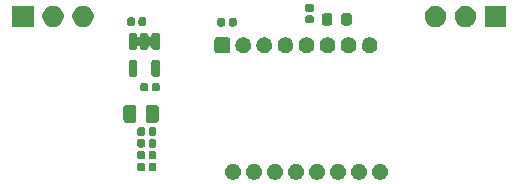
<source format=gbr>
G04 #@! TF.GenerationSoftware,KiCad,Pcbnew,9.0.2*
G04 #@! TF.CreationDate,2025-08-20T20:27:39-04:00*
G04 #@! TF.ProjectId,Trackball,54726163-6b62-4616-9c6c-2e6b69636164,rev?*
G04 #@! TF.SameCoordinates,Original*
G04 #@! TF.FileFunction,Soldermask,Top*
G04 #@! TF.FilePolarity,Negative*
%FSLAX46Y46*%
G04 Gerber Fmt 4.6, Leading zero omitted, Abs format (unit mm)*
G04 Created by KiCad (PCBNEW 9.0.2) date 2025-08-20 20:27:39*
%MOMM*%
%LPD*%
G01*
G04 APERTURE LIST*
G04 APERTURE END LIST*
G36*
X112618232Y-177853108D02*
G01*
X112740664Y-177903821D01*
X112850850Y-177977445D01*
X112944555Y-178071150D01*
X113018179Y-178181336D01*
X113068892Y-178303768D01*
X113094745Y-178433740D01*
X113094745Y-178566260D01*
X113068892Y-178696232D01*
X113018179Y-178818664D01*
X112944555Y-178928850D01*
X112850850Y-179022555D01*
X112740664Y-179096179D01*
X112618232Y-179146892D01*
X112488260Y-179172745D01*
X112355740Y-179172745D01*
X112225768Y-179146892D01*
X112103336Y-179096179D01*
X111993150Y-179022555D01*
X111899445Y-178928850D01*
X111825821Y-178818664D01*
X111775108Y-178696232D01*
X111749255Y-178566260D01*
X111749255Y-178433740D01*
X111775108Y-178303768D01*
X111825821Y-178181336D01*
X111899445Y-178071150D01*
X111993150Y-177977445D01*
X112103336Y-177903821D01*
X112225768Y-177853108D01*
X112355740Y-177827255D01*
X112488260Y-177827255D01*
X112618232Y-177853108D01*
G37*
G36*
X114398232Y-177853108D02*
G01*
X114520664Y-177903821D01*
X114630850Y-177977445D01*
X114724555Y-178071150D01*
X114798179Y-178181336D01*
X114848892Y-178303768D01*
X114874745Y-178433740D01*
X114874745Y-178566260D01*
X114848892Y-178696232D01*
X114798179Y-178818664D01*
X114724555Y-178928850D01*
X114630850Y-179022555D01*
X114520664Y-179096179D01*
X114398232Y-179146892D01*
X114268260Y-179172745D01*
X114135740Y-179172745D01*
X114005768Y-179146892D01*
X113883336Y-179096179D01*
X113773150Y-179022555D01*
X113679445Y-178928850D01*
X113605821Y-178818664D01*
X113555108Y-178696232D01*
X113529255Y-178566260D01*
X113529255Y-178433740D01*
X113555108Y-178303768D01*
X113605821Y-178181336D01*
X113679445Y-178071150D01*
X113773150Y-177977445D01*
X113883336Y-177903821D01*
X114005768Y-177853108D01*
X114135740Y-177827255D01*
X114268260Y-177827255D01*
X114398232Y-177853108D01*
G37*
G36*
X116178232Y-177853108D02*
G01*
X116300664Y-177903821D01*
X116410850Y-177977445D01*
X116504555Y-178071150D01*
X116578179Y-178181336D01*
X116628892Y-178303768D01*
X116654745Y-178433740D01*
X116654745Y-178566260D01*
X116628892Y-178696232D01*
X116578179Y-178818664D01*
X116504555Y-178928850D01*
X116410850Y-179022555D01*
X116300664Y-179096179D01*
X116178232Y-179146892D01*
X116048260Y-179172745D01*
X115915740Y-179172745D01*
X115785768Y-179146892D01*
X115663336Y-179096179D01*
X115553150Y-179022555D01*
X115459445Y-178928850D01*
X115385821Y-178818664D01*
X115335108Y-178696232D01*
X115309255Y-178566260D01*
X115309255Y-178433740D01*
X115335108Y-178303768D01*
X115385821Y-178181336D01*
X115459445Y-178071150D01*
X115553150Y-177977445D01*
X115663336Y-177903821D01*
X115785768Y-177853108D01*
X115915740Y-177827255D01*
X116048260Y-177827255D01*
X116178232Y-177853108D01*
G37*
G36*
X117958232Y-177853108D02*
G01*
X118080664Y-177903821D01*
X118190850Y-177977445D01*
X118284555Y-178071150D01*
X118358179Y-178181336D01*
X118408892Y-178303768D01*
X118434745Y-178433740D01*
X118434745Y-178566260D01*
X118408892Y-178696232D01*
X118358179Y-178818664D01*
X118284555Y-178928850D01*
X118190850Y-179022555D01*
X118080664Y-179096179D01*
X117958232Y-179146892D01*
X117828260Y-179172745D01*
X117695740Y-179172745D01*
X117565768Y-179146892D01*
X117443336Y-179096179D01*
X117333150Y-179022555D01*
X117239445Y-178928850D01*
X117165821Y-178818664D01*
X117115108Y-178696232D01*
X117089255Y-178566260D01*
X117089255Y-178433740D01*
X117115108Y-178303768D01*
X117165821Y-178181336D01*
X117239445Y-178071150D01*
X117333150Y-177977445D01*
X117443336Y-177903821D01*
X117565768Y-177853108D01*
X117695740Y-177827255D01*
X117828260Y-177827255D01*
X117958232Y-177853108D01*
G37*
G36*
X119738232Y-177853108D02*
G01*
X119860664Y-177903821D01*
X119970850Y-177977445D01*
X120064555Y-178071150D01*
X120138179Y-178181336D01*
X120188892Y-178303768D01*
X120214745Y-178433740D01*
X120214745Y-178566260D01*
X120188892Y-178696232D01*
X120138179Y-178818664D01*
X120064555Y-178928850D01*
X119970850Y-179022555D01*
X119860664Y-179096179D01*
X119738232Y-179146892D01*
X119608260Y-179172745D01*
X119475740Y-179172745D01*
X119345768Y-179146892D01*
X119223336Y-179096179D01*
X119113150Y-179022555D01*
X119019445Y-178928850D01*
X118945821Y-178818664D01*
X118895108Y-178696232D01*
X118869255Y-178566260D01*
X118869255Y-178433740D01*
X118895108Y-178303768D01*
X118945821Y-178181336D01*
X119019445Y-178071150D01*
X119113150Y-177977445D01*
X119223336Y-177903821D01*
X119345768Y-177853108D01*
X119475740Y-177827255D01*
X119608260Y-177827255D01*
X119738232Y-177853108D01*
G37*
G36*
X121518232Y-177853108D02*
G01*
X121640664Y-177903821D01*
X121750850Y-177977445D01*
X121844555Y-178071150D01*
X121918179Y-178181336D01*
X121968892Y-178303768D01*
X121994745Y-178433740D01*
X121994745Y-178566260D01*
X121968892Y-178696232D01*
X121918179Y-178818664D01*
X121844555Y-178928850D01*
X121750850Y-179022555D01*
X121640664Y-179096179D01*
X121518232Y-179146892D01*
X121388260Y-179172745D01*
X121255740Y-179172745D01*
X121125768Y-179146892D01*
X121003336Y-179096179D01*
X120893150Y-179022555D01*
X120799445Y-178928850D01*
X120725821Y-178818664D01*
X120675108Y-178696232D01*
X120649255Y-178566260D01*
X120649255Y-178433740D01*
X120675108Y-178303768D01*
X120725821Y-178181336D01*
X120799445Y-178071150D01*
X120893150Y-177977445D01*
X121003336Y-177903821D01*
X121125768Y-177853108D01*
X121255740Y-177827255D01*
X121388260Y-177827255D01*
X121518232Y-177853108D01*
G37*
G36*
X123298232Y-177853108D02*
G01*
X123420664Y-177903821D01*
X123530850Y-177977445D01*
X123624555Y-178071150D01*
X123698179Y-178181336D01*
X123748892Y-178303768D01*
X123774745Y-178433740D01*
X123774745Y-178566260D01*
X123748892Y-178696232D01*
X123698179Y-178818664D01*
X123624555Y-178928850D01*
X123530850Y-179022555D01*
X123420664Y-179096179D01*
X123298232Y-179146892D01*
X123168260Y-179172745D01*
X123035740Y-179172745D01*
X122905768Y-179146892D01*
X122783336Y-179096179D01*
X122673150Y-179022555D01*
X122579445Y-178928850D01*
X122505821Y-178818664D01*
X122455108Y-178696232D01*
X122429255Y-178566260D01*
X122429255Y-178433740D01*
X122455108Y-178303768D01*
X122505821Y-178181336D01*
X122579445Y-178071150D01*
X122673150Y-177977445D01*
X122783336Y-177903821D01*
X122905768Y-177853108D01*
X123035740Y-177827255D01*
X123168260Y-177827255D01*
X123298232Y-177853108D01*
G37*
G36*
X125078232Y-177853108D02*
G01*
X125200664Y-177903821D01*
X125310850Y-177977445D01*
X125404555Y-178071150D01*
X125478179Y-178181336D01*
X125528892Y-178303768D01*
X125554745Y-178433740D01*
X125554745Y-178566260D01*
X125528892Y-178696232D01*
X125478179Y-178818664D01*
X125404555Y-178928850D01*
X125310850Y-179022555D01*
X125200664Y-179096179D01*
X125078232Y-179146892D01*
X124948260Y-179172745D01*
X124815740Y-179172745D01*
X124685768Y-179146892D01*
X124563336Y-179096179D01*
X124453150Y-179022555D01*
X124359445Y-178928850D01*
X124285821Y-178818664D01*
X124235108Y-178696232D01*
X124209255Y-178566260D01*
X124209255Y-178433740D01*
X124235108Y-178303768D01*
X124285821Y-178181336D01*
X124359445Y-178071150D01*
X124453150Y-177977445D01*
X124563336Y-177903821D01*
X124685768Y-177853108D01*
X124815740Y-177827255D01*
X124948260Y-177827255D01*
X125078232Y-177853108D01*
G37*
G36*
X104806038Y-177742190D02*
G01*
X104836399Y-177746187D01*
X104844036Y-177749748D01*
X104863093Y-177753539D01*
X104888332Y-177770404D01*
X104898444Y-177775119D01*
X104904596Y-177781271D01*
X104925057Y-177794943D01*
X104938728Y-177815403D01*
X104944880Y-177821555D01*
X104949594Y-177831664D01*
X104966461Y-177856907D01*
X104970251Y-177875965D01*
X104973812Y-177883600D01*
X104977807Y-177913950D01*
X104981000Y-177930000D01*
X104981000Y-178270000D01*
X104977806Y-178286052D01*
X104973812Y-178316399D01*
X104970252Y-178324032D01*
X104966461Y-178343093D01*
X104949592Y-178368337D01*
X104944880Y-178378444D01*
X104938730Y-178384593D01*
X104925057Y-178405057D01*
X104904593Y-178418730D01*
X104898444Y-178424880D01*
X104888337Y-178429592D01*
X104863093Y-178446461D01*
X104844032Y-178450252D01*
X104836399Y-178453812D01*
X104806051Y-178457807D01*
X104790000Y-178461000D01*
X104510000Y-178461000D01*
X104493948Y-178457807D01*
X104463600Y-178453812D01*
X104455965Y-178450251D01*
X104436907Y-178446461D01*
X104411664Y-178429594D01*
X104401555Y-178424880D01*
X104395403Y-178418728D01*
X104374943Y-178405057D01*
X104361271Y-178384596D01*
X104355119Y-178378444D01*
X104350404Y-178368332D01*
X104333539Y-178343093D01*
X104329748Y-178324036D01*
X104326187Y-178316399D01*
X104322189Y-178286037D01*
X104319000Y-178270000D01*
X104319000Y-177930000D01*
X104322189Y-177913963D01*
X104326187Y-177883600D01*
X104329748Y-177875961D01*
X104333539Y-177856907D01*
X104350402Y-177831669D01*
X104355119Y-177821555D01*
X104361273Y-177815400D01*
X104374943Y-177794943D01*
X104395400Y-177781273D01*
X104401555Y-177775119D01*
X104411669Y-177770402D01*
X104436907Y-177753539D01*
X104455961Y-177749748D01*
X104463600Y-177746187D01*
X104493964Y-177742189D01*
X104510000Y-177739000D01*
X104790000Y-177739000D01*
X104806038Y-177742190D01*
G37*
G36*
X105766038Y-177742190D02*
G01*
X105796399Y-177746187D01*
X105804036Y-177749748D01*
X105823093Y-177753539D01*
X105848332Y-177770404D01*
X105858444Y-177775119D01*
X105864596Y-177781271D01*
X105885057Y-177794943D01*
X105898728Y-177815403D01*
X105904880Y-177821555D01*
X105909594Y-177831664D01*
X105926461Y-177856907D01*
X105930251Y-177875965D01*
X105933812Y-177883600D01*
X105937807Y-177913950D01*
X105941000Y-177930000D01*
X105941000Y-178270000D01*
X105937806Y-178286052D01*
X105933812Y-178316399D01*
X105930252Y-178324032D01*
X105926461Y-178343093D01*
X105909592Y-178368337D01*
X105904880Y-178378444D01*
X105898730Y-178384593D01*
X105885057Y-178405057D01*
X105864593Y-178418730D01*
X105858444Y-178424880D01*
X105848337Y-178429592D01*
X105823093Y-178446461D01*
X105804032Y-178450252D01*
X105796399Y-178453812D01*
X105766051Y-178457807D01*
X105750000Y-178461000D01*
X105470000Y-178461000D01*
X105453948Y-178457807D01*
X105423600Y-178453812D01*
X105415965Y-178450251D01*
X105396907Y-178446461D01*
X105371664Y-178429594D01*
X105361555Y-178424880D01*
X105355403Y-178418728D01*
X105334943Y-178405057D01*
X105321271Y-178384596D01*
X105315119Y-178378444D01*
X105310404Y-178368332D01*
X105293539Y-178343093D01*
X105289748Y-178324036D01*
X105286187Y-178316399D01*
X105282189Y-178286037D01*
X105279000Y-178270000D01*
X105279000Y-177930000D01*
X105282189Y-177913963D01*
X105286187Y-177883600D01*
X105289748Y-177875961D01*
X105293539Y-177856907D01*
X105310402Y-177831669D01*
X105315119Y-177821555D01*
X105321273Y-177815400D01*
X105334943Y-177794943D01*
X105355400Y-177781273D01*
X105361555Y-177775119D01*
X105371669Y-177770402D01*
X105396907Y-177753539D01*
X105415961Y-177749748D01*
X105423600Y-177746187D01*
X105453964Y-177742189D01*
X105470000Y-177739000D01*
X105750000Y-177739000D01*
X105766038Y-177742190D01*
G37*
G36*
X104806038Y-176742190D02*
G01*
X104836399Y-176746187D01*
X104844036Y-176749748D01*
X104863093Y-176753539D01*
X104888332Y-176770404D01*
X104898444Y-176775119D01*
X104904596Y-176781271D01*
X104925057Y-176794943D01*
X104938728Y-176815403D01*
X104944880Y-176821555D01*
X104949594Y-176831664D01*
X104966461Y-176856907D01*
X104970251Y-176875965D01*
X104973812Y-176883600D01*
X104977807Y-176913950D01*
X104981000Y-176930000D01*
X104981000Y-177270000D01*
X104977806Y-177286052D01*
X104973812Y-177316399D01*
X104970252Y-177324032D01*
X104966461Y-177343093D01*
X104949592Y-177368337D01*
X104944880Y-177378444D01*
X104938730Y-177384593D01*
X104925057Y-177405057D01*
X104904593Y-177418730D01*
X104898444Y-177424880D01*
X104888337Y-177429592D01*
X104863093Y-177446461D01*
X104844032Y-177450252D01*
X104836399Y-177453812D01*
X104806051Y-177457807D01*
X104790000Y-177461000D01*
X104510000Y-177461000D01*
X104493948Y-177457807D01*
X104463600Y-177453812D01*
X104455965Y-177450251D01*
X104436907Y-177446461D01*
X104411664Y-177429594D01*
X104401555Y-177424880D01*
X104395403Y-177418728D01*
X104374943Y-177405057D01*
X104361271Y-177384596D01*
X104355119Y-177378444D01*
X104350404Y-177368332D01*
X104333539Y-177343093D01*
X104329748Y-177324036D01*
X104326187Y-177316399D01*
X104322189Y-177286037D01*
X104319000Y-177270000D01*
X104319000Y-176930000D01*
X104322189Y-176913963D01*
X104326187Y-176883600D01*
X104329748Y-176875961D01*
X104333539Y-176856907D01*
X104350402Y-176831669D01*
X104355119Y-176821555D01*
X104361273Y-176815400D01*
X104374943Y-176794943D01*
X104395400Y-176781273D01*
X104401555Y-176775119D01*
X104411669Y-176770402D01*
X104436907Y-176753539D01*
X104455961Y-176749748D01*
X104463600Y-176746187D01*
X104493964Y-176742189D01*
X104510000Y-176739000D01*
X104790000Y-176739000D01*
X104806038Y-176742190D01*
G37*
G36*
X105766038Y-176742190D02*
G01*
X105796399Y-176746187D01*
X105804036Y-176749748D01*
X105823093Y-176753539D01*
X105848332Y-176770404D01*
X105858444Y-176775119D01*
X105864596Y-176781271D01*
X105885057Y-176794943D01*
X105898728Y-176815403D01*
X105904880Y-176821555D01*
X105909594Y-176831664D01*
X105926461Y-176856907D01*
X105930251Y-176875965D01*
X105933812Y-176883600D01*
X105937807Y-176913950D01*
X105941000Y-176930000D01*
X105941000Y-177270000D01*
X105937806Y-177286052D01*
X105933812Y-177316399D01*
X105930252Y-177324032D01*
X105926461Y-177343093D01*
X105909592Y-177368337D01*
X105904880Y-177378444D01*
X105898730Y-177384593D01*
X105885057Y-177405057D01*
X105864593Y-177418730D01*
X105858444Y-177424880D01*
X105848337Y-177429592D01*
X105823093Y-177446461D01*
X105804032Y-177450252D01*
X105796399Y-177453812D01*
X105766051Y-177457807D01*
X105750000Y-177461000D01*
X105470000Y-177461000D01*
X105453948Y-177457807D01*
X105423600Y-177453812D01*
X105415965Y-177450251D01*
X105396907Y-177446461D01*
X105371664Y-177429594D01*
X105361555Y-177424880D01*
X105355403Y-177418728D01*
X105334943Y-177405057D01*
X105321271Y-177384596D01*
X105315119Y-177378444D01*
X105310404Y-177368332D01*
X105293539Y-177343093D01*
X105289748Y-177324036D01*
X105286187Y-177316399D01*
X105282189Y-177286037D01*
X105279000Y-177270000D01*
X105279000Y-176930000D01*
X105282189Y-176913963D01*
X105286187Y-176883600D01*
X105289748Y-176875961D01*
X105293539Y-176856907D01*
X105310402Y-176831669D01*
X105315119Y-176821555D01*
X105321273Y-176815400D01*
X105334943Y-176794943D01*
X105355400Y-176781273D01*
X105361555Y-176775119D01*
X105371669Y-176770402D01*
X105396907Y-176753539D01*
X105415961Y-176749748D01*
X105423600Y-176746187D01*
X105453964Y-176742189D01*
X105470000Y-176739000D01*
X105750000Y-176739000D01*
X105766038Y-176742190D01*
G37*
G36*
X104806038Y-175742190D02*
G01*
X104836399Y-175746187D01*
X104844036Y-175749748D01*
X104863093Y-175753539D01*
X104888332Y-175770404D01*
X104898444Y-175775119D01*
X104904596Y-175781271D01*
X104925057Y-175794943D01*
X104938728Y-175815403D01*
X104944880Y-175821555D01*
X104949594Y-175831664D01*
X104966461Y-175856907D01*
X104970251Y-175875965D01*
X104973812Y-175883600D01*
X104977807Y-175913950D01*
X104981000Y-175930000D01*
X104981000Y-176270000D01*
X104977806Y-176286052D01*
X104973812Y-176316399D01*
X104970252Y-176324032D01*
X104966461Y-176343093D01*
X104949592Y-176368337D01*
X104944880Y-176378444D01*
X104938730Y-176384593D01*
X104925057Y-176405057D01*
X104904593Y-176418730D01*
X104898444Y-176424880D01*
X104888337Y-176429592D01*
X104863093Y-176446461D01*
X104844032Y-176450252D01*
X104836399Y-176453812D01*
X104806051Y-176457807D01*
X104790000Y-176461000D01*
X104510000Y-176461000D01*
X104493948Y-176457807D01*
X104463600Y-176453812D01*
X104455965Y-176450251D01*
X104436907Y-176446461D01*
X104411664Y-176429594D01*
X104401555Y-176424880D01*
X104395403Y-176418728D01*
X104374943Y-176405057D01*
X104361271Y-176384596D01*
X104355119Y-176378444D01*
X104350404Y-176368332D01*
X104333539Y-176343093D01*
X104329748Y-176324036D01*
X104326187Y-176316399D01*
X104322189Y-176286037D01*
X104319000Y-176270000D01*
X104319000Y-175930000D01*
X104322189Y-175913963D01*
X104326187Y-175883600D01*
X104329748Y-175875961D01*
X104333539Y-175856907D01*
X104350402Y-175831669D01*
X104355119Y-175821555D01*
X104361273Y-175815400D01*
X104374943Y-175794943D01*
X104395400Y-175781273D01*
X104401555Y-175775119D01*
X104411669Y-175770402D01*
X104436907Y-175753539D01*
X104455961Y-175749748D01*
X104463600Y-175746187D01*
X104493964Y-175742189D01*
X104510000Y-175739000D01*
X104790000Y-175739000D01*
X104806038Y-175742190D01*
G37*
G36*
X105766038Y-175742190D02*
G01*
X105796399Y-175746187D01*
X105804036Y-175749748D01*
X105823093Y-175753539D01*
X105848332Y-175770404D01*
X105858444Y-175775119D01*
X105864596Y-175781271D01*
X105885057Y-175794943D01*
X105898728Y-175815403D01*
X105904880Y-175821555D01*
X105909594Y-175831664D01*
X105926461Y-175856907D01*
X105930251Y-175875965D01*
X105933812Y-175883600D01*
X105937807Y-175913950D01*
X105941000Y-175930000D01*
X105941000Y-176270000D01*
X105937806Y-176286052D01*
X105933812Y-176316399D01*
X105930252Y-176324032D01*
X105926461Y-176343093D01*
X105909592Y-176368337D01*
X105904880Y-176378444D01*
X105898730Y-176384593D01*
X105885057Y-176405057D01*
X105864593Y-176418730D01*
X105858444Y-176424880D01*
X105848337Y-176429592D01*
X105823093Y-176446461D01*
X105804032Y-176450252D01*
X105796399Y-176453812D01*
X105766051Y-176457807D01*
X105750000Y-176461000D01*
X105470000Y-176461000D01*
X105453948Y-176457807D01*
X105423600Y-176453812D01*
X105415965Y-176450251D01*
X105396907Y-176446461D01*
X105371664Y-176429594D01*
X105361555Y-176424880D01*
X105355403Y-176418728D01*
X105334943Y-176405057D01*
X105321271Y-176384596D01*
X105315119Y-176378444D01*
X105310404Y-176368332D01*
X105293539Y-176343093D01*
X105289748Y-176324036D01*
X105286187Y-176316399D01*
X105282189Y-176286037D01*
X105279000Y-176270000D01*
X105279000Y-175930000D01*
X105282189Y-175913963D01*
X105286187Y-175883600D01*
X105289748Y-175875961D01*
X105293539Y-175856907D01*
X105310402Y-175831669D01*
X105315119Y-175821555D01*
X105321273Y-175815400D01*
X105334943Y-175794943D01*
X105355400Y-175781273D01*
X105361555Y-175775119D01*
X105371669Y-175770402D01*
X105396907Y-175753539D01*
X105415961Y-175749748D01*
X105423600Y-175746187D01*
X105453964Y-175742189D01*
X105470000Y-175739000D01*
X105750000Y-175739000D01*
X105766038Y-175742190D01*
G37*
G36*
X104806038Y-174742190D02*
G01*
X104836399Y-174746187D01*
X104844036Y-174749748D01*
X104863093Y-174753539D01*
X104888332Y-174770404D01*
X104898444Y-174775119D01*
X104904596Y-174781271D01*
X104925057Y-174794943D01*
X104938728Y-174815403D01*
X104944880Y-174821555D01*
X104949594Y-174831664D01*
X104966461Y-174856907D01*
X104970251Y-174875965D01*
X104973812Y-174883600D01*
X104977807Y-174913950D01*
X104981000Y-174930000D01*
X104981000Y-175270000D01*
X104977806Y-175286052D01*
X104973812Y-175316399D01*
X104970252Y-175324032D01*
X104966461Y-175343093D01*
X104949592Y-175368337D01*
X104944880Y-175378444D01*
X104938730Y-175384593D01*
X104925057Y-175405057D01*
X104904593Y-175418730D01*
X104898444Y-175424880D01*
X104888337Y-175429592D01*
X104863093Y-175446461D01*
X104844032Y-175450252D01*
X104836399Y-175453812D01*
X104806051Y-175457807D01*
X104790000Y-175461000D01*
X104510000Y-175461000D01*
X104493948Y-175457807D01*
X104463600Y-175453812D01*
X104455965Y-175450251D01*
X104436907Y-175446461D01*
X104411664Y-175429594D01*
X104401555Y-175424880D01*
X104395403Y-175418728D01*
X104374943Y-175405057D01*
X104361271Y-175384596D01*
X104355119Y-175378444D01*
X104350404Y-175368332D01*
X104333539Y-175343093D01*
X104329748Y-175324036D01*
X104326187Y-175316399D01*
X104322189Y-175286037D01*
X104319000Y-175270000D01*
X104319000Y-174930000D01*
X104322189Y-174913963D01*
X104326187Y-174883600D01*
X104329748Y-174875961D01*
X104333539Y-174856907D01*
X104350402Y-174831669D01*
X104355119Y-174821555D01*
X104361273Y-174815400D01*
X104374943Y-174794943D01*
X104395400Y-174781273D01*
X104401555Y-174775119D01*
X104411669Y-174770402D01*
X104436907Y-174753539D01*
X104455961Y-174749748D01*
X104463600Y-174746187D01*
X104493964Y-174742189D01*
X104510000Y-174739000D01*
X104790000Y-174739000D01*
X104806038Y-174742190D01*
G37*
G36*
X105766038Y-174742190D02*
G01*
X105796399Y-174746187D01*
X105804036Y-174749748D01*
X105823093Y-174753539D01*
X105848332Y-174770404D01*
X105858444Y-174775119D01*
X105864596Y-174781271D01*
X105885057Y-174794943D01*
X105898728Y-174815403D01*
X105904880Y-174821555D01*
X105909594Y-174831664D01*
X105926461Y-174856907D01*
X105930251Y-174875965D01*
X105933812Y-174883600D01*
X105937807Y-174913950D01*
X105941000Y-174930000D01*
X105941000Y-175270000D01*
X105937806Y-175286052D01*
X105933812Y-175316399D01*
X105930252Y-175324032D01*
X105926461Y-175343093D01*
X105909592Y-175368337D01*
X105904880Y-175378444D01*
X105898730Y-175384593D01*
X105885057Y-175405057D01*
X105864593Y-175418730D01*
X105858444Y-175424880D01*
X105848337Y-175429592D01*
X105823093Y-175446461D01*
X105804032Y-175450252D01*
X105796399Y-175453812D01*
X105766051Y-175457807D01*
X105750000Y-175461000D01*
X105470000Y-175461000D01*
X105453948Y-175457807D01*
X105423600Y-175453812D01*
X105415965Y-175450251D01*
X105396907Y-175446461D01*
X105371664Y-175429594D01*
X105361555Y-175424880D01*
X105355403Y-175418728D01*
X105334943Y-175405057D01*
X105321271Y-175384596D01*
X105315119Y-175378444D01*
X105310404Y-175368332D01*
X105293539Y-175343093D01*
X105289748Y-175324036D01*
X105286187Y-175316399D01*
X105282189Y-175286037D01*
X105279000Y-175270000D01*
X105279000Y-174930000D01*
X105282189Y-174913963D01*
X105286187Y-174883600D01*
X105289748Y-174875961D01*
X105293539Y-174856907D01*
X105310402Y-174831669D01*
X105315119Y-174821555D01*
X105321273Y-174815400D01*
X105334943Y-174794943D01*
X105355400Y-174781273D01*
X105361555Y-174775119D01*
X105371669Y-174770402D01*
X105396907Y-174753539D01*
X105415961Y-174749748D01*
X105423600Y-174746187D01*
X105453964Y-174742189D01*
X105470000Y-174739000D01*
X105750000Y-174739000D01*
X105766038Y-174742190D01*
G37*
G36*
X104018914Y-172831995D02*
G01*
X104034726Y-172838976D01*
X104042531Y-172840213D01*
X104075039Y-172856776D01*
X104120106Y-172876676D01*
X104198324Y-172954894D01*
X104218226Y-172999967D01*
X104234786Y-173032468D01*
X104236021Y-173040270D01*
X104243005Y-173056086D01*
X104251000Y-173125000D01*
X104251000Y-174075000D01*
X104243005Y-174143914D01*
X104236021Y-174159729D01*
X104234786Y-174167531D01*
X104218229Y-174200024D01*
X104198324Y-174245106D01*
X104120106Y-174323324D01*
X104075024Y-174343229D01*
X104042531Y-174359786D01*
X104034729Y-174361021D01*
X104018914Y-174368005D01*
X103950000Y-174376000D01*
X103450000Y-174376000D01*
X103381086Y-174368005D01*
X103365270Y-174361021D01*
X103357468Y-174359786D01*
X103324967Y-174343226D01*
X103279894Y-174323324D01*
X103201676Y-174245106D01*
X103181776Y-174200039D01*
X103165213Y-174167531D01*
X103163976Y-174159726D01*
X103156995Y-174143914D01*
X103149000Y-174075000D01*
X103149000Y-173125000D01*
X103156995Y-173056086D01*
X103163976Y-173040274D01*
X103165213Y-173032468D01*
X103181780Y-172999953D01*
X103201676Y-172954894D01*
X103279894Y-172876676D01*
X103324953Y-172856780D01*
X103357468Y-172840213D01*
X103365274Y-172838976D01*
X103381086Y-172831995D01*
X103450000Y-172824000D01*
X103950000Y-172824000D01*
X104018914Y-172831995D01*
G37*
G36*
X105918914Y-172831995D02*
G01*
X105934726Y-172838976D01*
X105942531Y-172840213D01*
X105975039Y-172856776D01*
X106020106Y-172876676D01*
X106098324Y-172954894D01*
X106118226Y-172999967D01*
X106134786Y-173032468D01*
X106136021Y-173040270D01*
X106143005Y-173056086D01*
X106151000Y-173125000D01*
X106151000Y-174075000D01*
X106143005Y-174143914D01*
X106136021Y-174159729D01*
X106134786Y-174167531D01*
X106118229Y-174200024D01*
X106098324Y-174245106D01*
X106020106Y-174323324D01*
X105975024Y-174343229D01*
X105942531Y-174359786D01*
X105934729Y-174361021D01*
X105918914Y-174368005D01*
X105850000Y-174376000D01*
X105350000Y-174376000D01*
X105281086Y-174368005D01*
X105265270Y-174361021D01*
X105257468Y-174359786D01*
X105224967Y-174343226D01*
X105179894Y-174323324D01*
X105101676Y-174245106D01*
X105081776Y-174200039D01*
X105065213Y-174167531D01*
X105063976Y-174159726D01*
X105056995Y-174143914D01*
X105049000Y-174075000D01*
X105049000Y-173125000D01*
X105056995Y-173056086D01*
X105063976Y-173040274D01*
X105065213Y-173032468D01*
X105081780Y-172999953D01*
X105101676Y-172954894D01*
X105179894Y-172876676D01*
X105224953Y-172856780D01*
X105257468Y-172840213D01*
X105265274Y-172838976D01*
X105281086Y-172831995D01*
X105350000Y-172824000D01*
X105850000Y-172824000D01*
X105918914Y-172831995D01*
G37*
G36*
X105076038Y-170992190D02*
G01*
X105106399Y-170996187D01*
X105114036Y-170999748D01*
X105133093Y-171003539D01*
X105158332Y-171020404D01*
X105168444Y-171025119D01*
X105174596Y-171031271D01*
X105195057Y-171044943D01*
X105208728Y-171065403D01*
X105214880Y-171071555D01*
X105219594Y-171081664D01*
X105236461Y-171106907D01*
X105240251Y-171125965D01*
X105243812Y-171133600D01*
X105247807Y-171163950D01*
X105251000Y-171180000D01*
X105251000Y-171520000D01*
X105247806Y-171536052D01*
X105243812Y-171566399D01*
X105240252Y-171574032D01*
X105236461Y-171593093D01*
X105219592Y-171618337D01*
X105214880Y-171628444D01*
X105208730Y-171634593D01*
X105195057Y-171655057D01*
X105174593Y-171668730D01*
X105168444Y-171674880D01*
X105158337Y-171679592D01*
X105133093Y-171696461D01*
X105114032Y-171700252D01*
X105106399Y-171703812D01*
X105076051Y-171707807D01*
X105060000Y-171711000D01*
X104780000Y-171711000D01*
X104763948Y-171707807D01*
X104733600Y-171703812D01*
X104725965Y-171700251D01*
X104706907Y-171696461D01*
X104681664Y-171679594D01*
X104671555Y-171674880D01*
X104665403Y-171668728D01*
X104644943Y-171655057D01*
X104631271Y-171634596D01*
X104625119Y-171628444D01*
X104620404Y-171618332D01*
X104603539Y-171593093D01*
X104599748Y-171574036D01*
X104596187Y-171566399D01*
X104592189Y-171536037D01*
X104589000Y-171520000D01*
X104589000Y-171180000D01*
X104592189Y-171163963D01*
X104596187Y-171133600D01*
X104599748Y-171125961D01*
X104603539Y-171106907D01*
X104620402Y-171081669D01*
X104625119Y-171071555D01*
X104631273Y-171065400D01*
X104644943Y-171044943D01*
X104665400Y-171031273D01*
X104671555Y-171025119D01*
X104681669Y-171020402D01*
X104706907Y-171003539D01*
X104725961Y-170999748D01*
X104733600Y-170996187D01*
X104763964Y-170992189D01*
X104780000Y-170989000D01*
X105060000Y-170989000D01*
X105076038Y-170992190D01*
G37*
G36*
X106036038Y-170992190D02*
G01*
X106066399Y-170996187D01*
X106074036Y-170999748D01*
X106093093Y-171003539D01*
X106118332Y-171020404D01*
X106128444Y-171025119D01*
X106134596Y-171031271D01*
X106155057Y-171044943D01*
X106168728Y-171065403D01*
X106174880Y-171071555D01*
X106179594Y-171081664D01*
X106196461Y-171106907D01*
X106200251Y-171125965D01*
X106203812Y-171133600D01*
X106207807Y-171163950D01*
X106211000Y-171180000D01*
X106211000Y-171520000D01*
X106207806Y-171536052D01*
X106203812Y-171566399D01*
X106200252Y-171574032D01*
X106196461Y-171593093D01*
X106179592Y-171618337D01*
X106174880Y-171628444D01*
X106168730Y-171634593D01*
X106155057Y-171655057D01*
X106134593Y-171668730D01*
X106128444Y-171674880D01*
X106118337Y-171679592D01*
X106093093Y-171696461D01*
X106074032Y-171700252D01*
X106066399Y-171703812D01*
X106036051Y-171707807D01*
X106020000Y-171711000D01*
X105740000Y-171711000D01*
X105723948Y-171707807D01*
X105693600Y-171703812D01*
X105685965Y-171700251D01*
X105666907Y-171696461D01*
X105641664Y-171679594D01*
X105631555Y-171674880D01*
X105625403Y-171668728D01*
X105604943Y-171655057D01*
X105591271Y-171634596D01*
X105585119Y-171628444D01*
X105580404Y-171618332D01*
X105563539Y-171593093D01*
X105559748Y-171574036D01*
X105556187Y-171566399D01*
X105552189Y-171536037D01*
X105549000Y-171520000D01*
X105549000Y-171180000D01*
X105552189Y-171163963D01*
X105556187Y-171133600D01*
X105559748Y-171125961D01*
X105563539Y-171106907D01*
X105580402Y-171081669D01*
X105585119Y-171071555D01*
X105591273Y-171065400D01*
X105604943Y-171044943D01*
X105625400Y-171031273D01*
X105631555Y-171025119D01*
X105641669Y-171020402D01*
X105666907Y-171003539D01*
X105685961Y-170999748D01*
X105693600Y-170996187D01*
X105723964Y-170992189D01*
X105740000Y-170989000D01*
X106020000Y-170989000D01*
X106036038Y-170992190D01*
G37*
G36*
X104138040Y-169039690D02*
G01*
X104170987Y-169044028D01*
X104179274Y-169047892D01*
X104198919Y-169051800D01*
X104224938Y-169069186D01*
X104236180Y-169074428D01*
X104243019Y-169081267D01*
X104264128Y-169095372D01*
X104278232Y-169116480D01*
X104285071Y-169123319D01*
X104290312Y-169134558D01*
X104307700Y-169160581D01*
X104311607Y-169180227D01*
X104315471Y-169188512D01*
X104319806Y-169221446D01*
X104323000Y-169237500D01*
X104323000Y-170262500D01*
X104319806Y-170278554D01*
X104315471Y-170311487D01*
X104311608Y-170319770D01*
X104307700Y-170339419D01*
X104290310Y-170365443D01*
X104285071Y-170376680D01*
X104278234Y-170383516D01*
X104264128Y-170404628D01*
X104243016Y-170418734D01*
X104236180Y-170425571D01*
X104224943Y-170430810D01*
X104198919Y-170448200D01*
X104179270Y-170452108D01*
X104170987Y-170455971D01*
X104138054Y-170460306D01*
X104122000Y-170463500D01*
X103822000Y-170463500D01*
X103805946Y-170460306D01*
X103773012Y-170455971D01*
X103764727Y-170452107D01*
X103745081Y-170448200D01*
X103719058Y-170430812D01*
X103707819Y-170425571D01*
X103700980Y-170418732D01*
X103679872Y-170404628D01*
X103665767Y-170383519D01*
X103658928Y-170376680D01*
X103653686Y-170365438D01*
X103636300Y-170339419D01*
X103632392Y-170319774D01*
X103628528Y-170311487D01*
X103624190Y-170278540D01*
X103621000Y-170262500D01*
X103621000Y-169237500D01*
X103624190Y-169221461D01*
X103628528Y-169188512D01*
X103632392Y-169180223D01*
X103636300Y-169160581D01*
X103653684Y-169134563D01*
X103658928Y-169123319D01*
X103665769Y-169116477D01*
X103679872Y-169095372D01*
X103700977Y-169081269D01*
X103707819Y-169074428D01*
X103719063Y-169069184D01*
X103745081Y-169051800D01*
X103764723Y-169047892D01*
X103773012Y-169044028D01*
X103805961Y-169039690D01*
X103822000Y-169036500D01*
X104122000Y-169036500D01*
X104138040Y-169039690D01*
G37*
G36*
X106038040Y-169039690D02*
G01*
X106070987Y-169044028D01*
X106079274Y-169047892D01*
X106098919Y-169051800D01*
X106124938Y-169069186D01*
X106136180Y-169074428D01*
X106143019Y-169081267D01*
X106164128Y-169095372D01*
X106178232Y-169116480D01*
X106185071Y-169123319D01*
X106190312Y-169134558D01*
X106207700Y-169160581D01*
X106211607Y-169180227D01*
X106215471Y-169188512D01*
X106219806Y-169221446D01*
X106223000Y-169237500D01*
X106223000Y-170262500D01*
X106219806Y-170278554D01*
X106215471Y-170311487D01*
X106211608Y-170319770D01*
X106207700Y-170339419D01*
X106190310Y-170365443D01*
X106185071Y-170376680D01*
X106178234Y-170383516D01*
X106164128Y-170404628D01*
X106143016Y-170418734D01*
X106136180Y-170425571D01*
X106124943Y-170430810D01*
X106098919Y-170448200D01*
X106079270Y-170452108D01*
X106070987Y-170455971D01*
X106038054Y-170460306D01*
X106022000Y-170463500D01*
X105722000Y-170463500D01*
X105705946Y-170460306D01*
X105673012Y-170455971D01*
X105664727Y-170452107D01*
X105645081Y-170448200D01*
X105619058Y-170430812D01*
X105607819Y-170425571D01*
X105600980Y-170418732D01*
X105579872Y-170404628D01*
X105565767Y-170383519D01*
X105558928Y-170376680D01*
X105553686Y-170365438D01*
X105536300Y-170339419D01*
X105532392Y-170319774D01*
X105528528Y-170311487D01*
X105524190Y-170278540D01*
X105521000Y-170262500D01*
X105521000Y-169237500D01*
X105524190Y-169221461D01*
X105528528Y-169188512D01*
X105532392Y-169180223D01*
X105536300Y-169160581D01*
X105553684Y-169134563D01*
X105558928Y-169123319D01*
X105565769Y-169116477D01*
X105579872Y-169095372D01*
X105600977Y-169081269D01*
X105607819Y-169074428D01*
X105619063Y-169069184D01*
X105645081Y-169051800D01*
X105664723Y-169047892D01*
X105673012Y-169044028D01*
X105705961Y-169039690D01*
X105722000Y-169036500D01*
X106022000Y-169036500D01*
X106038040Y-169039690D01*
G37*
G36*
X111994296Y-167128932D02*
G01*
X112035868Y-167134989D01*
X112043498Y-167138719D01*
X112060770Y-167142155D01*
X112088699Y-167160816D01*
X112107081Y-167169803D01*
X112117013Y-167179735D01*
X112138145Y-167193855D01*
X112152264Y-167214986D01*
X112162196Y-167224918D01*
X112171181Y-167243297D01*
X112189845Y-167271230D01*
X112193280Y-167288502D01*
X112197010Y-167296131D01*
X112203064Y-167337688D01*
X112208000Y-167362500D01*
X112208000Y-168237500D01*
X112203063Y-168262315D01*
X112197010Y-168303868D01*
X112193281Y-168311495D01*
X112189845Y-168328770D01*
X112171179Y-168356705D01*
X112162196Y-168375081D01*
X112152266Y-168385010D01*
X112138145Y-168406145D01*
X112117010Y-168420266D01*
X112107081Y-168430196D01*
X112088705Y-168439179D01*
X112060770Y-168457845D01*
X112043495Y-168461281D01*
X112035868Y-168465010D01*
X111994314Y-168471064D01*
X111969500Y-168476000D01*
X111094500Y-168476000D01*
X111069687Y-168471064D01*
X111028131Y-168465010D01*
X111020502Y-168461280D01*
X111003230Y-168457845D01*
X110975297Y-168439181D01*
X110956918Y-168430196D01*
X110946986Y-168420264D01*
X110925855Y-168406145D01*
X110911735Y-168385013D01*
X110901803Y-168375081D01*
X110892816Y-168356699D01*
X110874155Y-168328770D01*
X110870719Y-168311498D01*
X110866989Y-168303868D01*
X110860932Y-168262295D01*
X110856000Y-168237500D01*
X110856000Y-167362500D01*
X110860931Y-167337705D01*
X110866989Y-167296131D01*
X110870719Y-167288499D01*
X110874155Y-167271230D01*
X110892815Y-167243303D01*
X110901803Y-167224918D01*
X110911737Y-167214983D01*
X110925855Y-167193855D01*
X110946983Y-167179737D01*
X110956918Y-167169803D01*
X110975303Y-167160815D01*
X111003230Y-167142155D01*
X111020499Y-167138719D01*
X111028131Y-167134989D01*
X111069707Y-167128931D01*
X111094500Y-167124000D01*
X111969500Y-167124000D01*
X111994296Y-167128932D01*
G37*
G36*
X113508232Y-167153108D02*
G01*
X113630664Y-167203821D01*
X113740850Y-167277445D01*
X113834555Y-167371150D01*
X113908179Y-167481336D01*
X113958892Y-167603768D01*
X113984745Y-167733740D01*
X113984745Y-167866260D01*
X113958892Y-167996232D01*
X113908179Y-168118664D01*
X113834555Y-168228850D01*
X113740850Y-168322555D01*
X113630664Y-168396179D01*
X113508232Y-168446892D01*
X113378260Y-168472745D01*
X113245740Y-168472745D01*
X113115768Y-168446892D01*
X112993336Y-168396179D01*
X112883150Y-168322555D01*
X112789445Y-168228850D01*
X112715821Y-168118664D01*
X112665108Y-167996232D01*
X112639255Y-167866260D01*
X112639255Y-167733740D01*
X112665108Y-167603768D01*
X112715821Y-167481336D01*
X112789445Y-167371150D01*
X112883150Y-167277445D01*
X112993336Y-167203821D01*
X113115768Y-167153108D01*
X113245740Y-167127255D01*
X113378260Y-167127255D01*
X113508232Y-167153108D01*
G37*
G36*
X115288232Y-167153108D02*
G01*
X115410664Y-167203821D01*
X115520850Y-167277445D01*
X115614555Y-167371150D01*
X115688179Y-167481336D01*
X115738892Y-167603768D01*
X115764745Y-167733740D01*
X115764745Y-167866260D01*
X115738892Y-167996232D01*
X115688179Y-168118664D01*
X115614555Y-168228850D01*
X115520850Y-168322555D01*
X115410664Y-168396179D01*
X115288232Y-168446892D01*
X115158260Y-168472745D01*
X115025740Y-168472745D01*
X114895768Y-168446892D01*
X114773336Y-168396179D01*
X114663150Y-168322555D01*
X114569445Y-168228850D01*
X114495821Y-168118664D01*
X114445108Y-167996232D01*
X114419255Y-167866260D01*
X114419255Y-167733740D01*
X114445108Y-167603768D01*
X114495821Y-167481336D01*
X114569445Y-167371150D01*
X114663150Y-167277445D01*
X114773336Y-167203821D01*
X114895768Y-167153108D01*
X115025740Y-167127255D01*
X115158260Y-167127255D01*
X115288232Y-167153108D01*
G37*
G36*
X117068232Y-167153108D02*
G01*
X117190664Y-167203821D01*
X117300850Y-167277445D01*
X117394555Y-167371150D01*
X117468179Y-167481336D01*
X117518892Y-167603768D01*
X117544745Y-167733740D01*
X117544745Y-167866260D01*
X117518892Y-167996232D01*
X117468179Y-168118664D01*
X117394555Y-168228850D01*
X117300850Y-168322555D01*
X117190664Y-168396179D01*
X117068232Y-168446892D01*
X116938260Y-168472745D01*
X116805740Y-168472745D01*
X116675768Y-168446892D01*
X116553336Y-168396179D01*
X116443150Y-168322555D01*
X116349445Y-168228850D01*
X116275821Y-168118664D01*
X116225108Y-167996232D01*
X116199255Y-167866260D01*
X116199255Y-167733740D01*
X116225108Y-167603768D01*
X116275821Y-167481336D01*
X116349445Y-167371150D01*
X116443150Y-167277445D01*
X116553336Y-167203821D01*
X116675768Y-167153108D01*
X116805740Y-167127255D01*
X116938260Y-167127255D01*
X117068232Y-167153108D01*
G37*
G36*
X118848232Y-167153108D02*
G01*
X118970664Y-167203821D01*
X119080850Y-167277445D01*
X119174555Y-167371150D01*
X119248179Y-167481336D01*
X119298892Y-167603768D01*
X119324745Y-167733740D01*
X119324745Y-167866260D01*
X119298892Y-167996232D01*
X119248179Y-168118664D01*
X119174555Y-168228850D01*
X119080850Y-168322555D01*
X118970664Y-168396179D01*
X118848232Y-168446892D01*
X118718260Y-168472745D01*
X118585740Y-168472745D01*
X118455768Y-168446892D01*
X118333336Y-168396179D01*
X118223150Y-168322555D01*
X118129445Y-168228850D01*
X118055821Y-168118664D01*
X118005108Y-167996232D01*
X117979255Y-167866260D01*
X117979255Y-167733740D01*
X118005108Y-167603768D01*
X118055821Y-167481336D01*
X118129445Y-167371150D01*
X118223150Y-167277445D01*
X118333336Y-167203821D01*
X118455768Y-167153108D01*
X118585740Y-167127255D01*
X118718260Y-167127255D01*
X118848232Y-167153108D01*
G37*
G36*
X120628232Y-167153108D02*
G01*
X120750664Y-167203821D01*
X120860850Y-167277445D01*
X120954555Y-167371150D01*
X121028179Y-167481336D01*
X121078892Y-167603768D01*
X121104745Y-167733740D01*
X121104745Y-167866260D01*
X121078892Y-167996232D01*
X121028179Y-168118664D01*
X120954555Y-168228850D01*
X120860850Y-168322555D01*
X120750664Y-168396179D01*
X120628232Y-168446892D01*
X120498260Y-168472745D01*
X120365740Y-168472745D01*
X120235768Y-168446892D01*
X120113336Y-168396179D01*
X120003150Y-168322555D01*
X119909445Y-168228850D01*
X119835821Y-168118664D01*
X119785108Y-167996232D01*
X119759255Y-167866260D01*
X119759255Y-167733740D01*
X119785108Y-167603768D01*
X119835821Y-167481336D01*
X119909445Y-167371150D01*
X120003150Y-167277445D01*
X120113336Y-167203821D01*
X120235768Y-167153108D01*
X120365740Y-167127255D01*
X120498260Y-167127255D01*
X120628232Y-167153108D01*
G37*
G36*
X122408232Y-167153108D02*
G01*
X122530664Y-167203821D01*
X122640850Y-167277445D01*
X122734555Y-167371150D01*
X122808179Y-167481336D01*
X122858892Y-167603768D01*
X122884745Y-167733740D01*
X122884745Y-167866260D01*
X122858892Y-167996232D01*
X122808179Y-168118664D01*
X122734555Y-168228850D01*
X122640850Y-168322555D01*
X122530664Y-168396179D01*
X122408232Y-168446892D01*
X122278260Y-168472745D01*
X122145740Y-168472745D01*
X122015768Y-168446892D01*
X121893336Y-168396179D01*
X121783150Y-168322555D01*
X121689445Y-168228850D01*
X121615821Y-168118664D01*
X121565108Y-167996232D01*
X121539255Y-167866260D01*
X121539255Y-167733740D01*
X121565108Y-167603768D01*
X121615821Y-167481336D01*
X121689445Y-167371150D01*
X121783150Y-167277445D01*
X121893336Y-167203821D01*
X122015768Y-167153108D01*
X122145740Y-167127255D01*
X122278260Y-167127255D01*
X122408232Y-167153108D01*
G37*
G36*
X124188232Y-167153108D02*
G01*
X124310664Y-167203821D01*
X124420850Y-167277445D01*
X124514555Y-167371150D01*
X124588179Y-167481336D01*
X124638892Y-167603768D01*
X124664745Y-167733740D01*
X124664745Y-167866260D01*
X124638892Y-167996232D01*
X124588179Y-168118664D01*
X124514555Y-168228850D01*
X124420850Y-168322555D01*
X124310664Y-168396179D01*
X124188232Y-168446892D01*
X124058260Y-168472745D01*
X123925740Y-168472745D01*
X123795768Y-168446892D01*
X123673336Y-168396179D01*
X123563150Y-168322555D01*
X123469445Y-168228850D01*
X123395821Y-168118664D01*
X123345108Y-167996232D01*
X123319255Y-167866260D01*
X123319255Y-167733740D01*
X123345108Y-167603768D01*
X123395821Y-167481336D01*
X123469445Y-167371150D01*
X123563150Y-167277445D01*
X123673336Y-167203821D01*
X123795768Y-167153108D01*
X123925740Y-167127255D01*
X124058260Y-167127255D01*
X124188232Y-167153108D01*
G37*
G36*
X104138040Y-166764690D02*
G01*
X104170987Y-166769028D01*
X104179274Y-166772892D01*
X104198919Y-166776800D01*
X104224938Y-166794186D01*
X104236180Y-166799428D01*
X104243019Y-166806267D01*
X104264128Y-166820372D01*
X104278232Y-166841480D01*
X104285071Y-166848319D01*
X104290312Y-166859558D01*
X104307700Y-166885581D01*
X104311607Y-166905227D01*
X104315471Y-166913512D01*
X104319805Y-166946439D01*
X104323000Y-166962500D01*
X104323000Y-166970708D01*
X104337375Y-167079913D01*
X104556619Y-167079915D01*
X104571000Y-166970684D01*
X104571000Y-166962500D01*
X104574186Y-166946478D01*
X104578527Y-166913513D01*
X104582393Y-166905222D01*
X104586300Y-166885581D01*
X104603684Y-166859564D01*
X104608928Y-166848319D01*
X104615769Y-166841477D01*
X104629872Y-166820372D01*
X104650977Y-166806269D01*
X104657819Y-166799428D01*
X104669063Y-166794184D01*
X104695081Y-166776800D01*
X104714723Y-166772892D01*
X104723012Y-166769028D01*
X104755961Y-166764690D01*
X104772000Y-166761500D01*
X105072000Y-166761500D01*
X105088040Y-166764690D01*
X105120987Y-166769028D01*
X105129274Y-166772892D01*
X105148919Y-166776800D01*
X105174938Y-166794186D01*
X105186180Y-166799428D01*
X105193019Y-166806267D01*
X105214128Y-166820372D01*
X105228232Y-166841480D01*
X105235071Y-166848319D01*
X105240312Y-166859558D01*
X105257700Y-166885581D01*
X105261607Y-166905227D01*
X105265471Y-166913512D01*
X105269805Y-166946439D01*
X105273000Y-166962500D01*
X105273000Y-166970708D01*
X105287375Y-167079913D01*
X105506619Y-167079915D01*
X105521000Y-166970684D01*
X105521000Y-166962500D01*
X105524186Y-166946478D01*
X105528527Y-166913513D01*
X105532393Y-166905222D01*
X105536300Y-166885581D01*
X105553684Y-166859564D01*
X105558928Y-166848319D01*
X105565769Y-166841477D01*
X105579872Y-166820372D01*
X105600977Y-166806269D01*
X105607819Y-166799428D01*
X105619063Y-166794184D01*
X105645081Y-166776800D01*
X105664723Y-166772892D01*
X105673012Y-166769028D01*
X105705961Y-166764690D01*
X105722000Y-166761500D01*
X106022000Y-166761500D01*
X106038040Y-166764690D01*
X106070987Y-166769028D01*
X106079274Y-166772892D01*
X106098919Y-166776800D01*
X106124938Y-166794186D01*
X106136180Y-166799428D01*
X106143019Y-166806267D01*
X106164128Y-166820372D01*
X106178232Y-166841480D01*
X106185071Y-166848319D01*
X106190312Y-166859558D01*
X106207700Y-166885581D01*
X106211607Y-166905227D01*
X106215471Y-166913512D01*
X106219806Y-166946446D01*
X106223000Y-166962500D01*
X106223000Y-167987500D01*
X106219806Y-168003554D01*
X106215471Y-168036487D01*
X106211608Y-168044770D01*
X106207700Y-168064419D01*
X106190310Y-168090443D01*
X106185071Y-168101680D01*
X106178234Y-168108516D01*
X106164128Y-168129628D01*
X106143016Y-168143734D01*
X106136180Y-168150571D01*
X106124943Y-168155810D01*
X106098919Y-168173200D01*
X106079270Y-168177108D01*
X106070987Y-168180971D01*
X106038054Y-168185306D01*
X106022000Y-168188500D01*
X105722000Y-168188500D01*
X105705946Y-168185306D01*
X105673012Y-168180971D01*
X105664727Y-168177107D01*
X105645081Y-168173200D01*
X105619058Y-168155812D01*
X105607819Y-168150571D01*
X105600980Y-168143732D01*
X105579872Y-168129628D01*
X105565767Y-168108519D01*
X105558928Y-168101680D01*
X105553686Y-168090438D01*
X105536300Y-168064419D01*
X105532392Y-168044774D01*
X105528528Y-168036487D01*
X105524191Y-168003542D01*
X105521000Y-167987500D01*
X105521000Y-167979302D01*
X105506622Y-167870085D01*
X105287378Y-167870085D01*
X105273000Y-167979297D01*
X105273000Y-167987500D01*
X105269806Y-168003554D01*
X105265471Y-168036487D01*
X105261608Y-168044770D01*
X105257700Y-168064419D01*
X105240310Y-168090443D01*
X105235071Y-168101680D01*
X105228234Y-168108516D01*
X105214128Y-168129628D01*
X105193016Y-168143734D01*
X105186180Y-168150571D01*
X105174943Y-168155810D01*
X105148919Y-168173200D01*
X105129270Y-168177108D01*
X105120987Y-168180971D01*
X105088054Y-168185306D01*
X105072000Y-168188500D01*
X104772000Y-168188500D01*
X104755946Y-168185306D01*
X104723012Y-168180971D01*
X104714727Y-168177107D01*
X104695081Y-168173200D01*
X104669058Y-168155812D01*
X104657819Y-168150571D01*
X104650980Y-168143732D01*
X104629872Y-168129628D01*
X104615767Y-168108519D01*
X104608928Y-168101680D01*
X104603686Y-168090438D01*
X104586300Y-168064419D01*
X104582392Y-168044774D01*
X104578528Y-168036487D01*
X104574191Y-168003542D01*
X104571000Y-167987500D01*
X104571000Y-167979302D01*
X104556622Y-167870085D01*
X104337378Y-167870085D01*
X104323000Y-167979297D01*
X104323000Y-167987500D01*
X104319806Y-168003554D01*
X104315471Y-168036487D01*
X104311608Y-168044770D01*
X104307700Y-168064419D01*
X104290310Y-168090443D01*
X104285071Y-168101680D01*
X104278234Y-168108516D01*
X104264128Y-168129628D01*
X104243016Y-168143734D01*
X104236180Y-168150571D01*
X104224943Y-168155810D01*
X104198919Y-168173200D01*
X104179270Y-168177108D01*
X104170987Y-168180971D01*
X104138054Y-168185306D01*
X104122000Y-168188500D01*
X103822000Y-168188500D01*
X103805946Y-168185306D01*
X103773012Y-168180971D01*
X103764727Y-168177107D01*
X103745081Y-168173200D01*
X103719058Y-168155812D01*
X103707819Y-168150571D01*
X103700980Y-168143732D01*
X103679872Y-168129628D01*
X103665767Y-168108519D01*
X103658928Y-168101680D01*
X103653686Y-168090438D01*
X103636300Y-168064419D01*
X103632392Y-168044774D01*
X103628528Y-168036487D01*
X103624190Y-168003540D01*
X103621000Y-167987500D01*
X103621000Y-166962500D01*
X103624190Y-166946461D01*
X103628528Y-166913512D01*
X103632392Y-166905223D01*
X103636300Y-166885581D01*
X103653684Y-166859563D01*
X103658928Y-166848319D01*
X103665769Y-166841477D01*
X103679872Y-166820372D01*
X103700977Y-166806269D01*
X103707819Y-166799428D01*
X103719063Y-166794184D01*
X103745081Y-166776800D01*
X103764723Y-166772892D01*
X103773012Y-166769028D01*
X103805961Y-166764690D01*
X103822000Y-166761500D01*
X104122000Y-166761500D01*
X104138040Y-166764690D01*
G37*
G36*
X95519517Y-164452882D02*
G01*
X95536062Y-164463938D01*
X95547118Y-164480483D01*
X95551000Y-164500000D01*
X95551000Y-166200000D01*
X95547118Y-166219517D01*
X95536062Y-166236062D01*
X95519517Y-166247118D01*
X95500000Y-166251000D01*
X93800000Y-166251000D01*
X93780483Y-166247118D01*
X93763938Y-166236062D01*
X93752882Y-166219517D01*
X93749000Y-166200000D01*
X93749000Y-164500000D01*
X93752882Y-164480483D01*
X93763938Y-164463938D01*
X93780483Y-164452882D01*
X93800000Y-164449000D01*
X95500000Y-164449000D01*
X95519517Y-164452882D01*
G37*
G36*
X135519517Y-164452882D02*
G01*
X135536062Y-164463938D01*
X135547118Y-164480483D01*
X135551000Y-164500000D01*
X135551000Y-166200000D01*
X135547118Y-166219517D01*
X135536062Y-166236062D01*
X135519517Y-166247118D01*
X135500000Y-166251000D01*
X133800000Y-166251000D01*
X133780483Y-166247118D01*
X133763938Y-166236062D01*
X133752882Y-166219517D01*
X133749000Y-166200000D01*
X133749000Y-164500000D01*
X133752882Y-164480483D01*
X133763938Y-164463938D01*
X133780483Y-164452882D01*
X133800000Y-164449000D01*
X135500000Y-164449000D01*
X135519517Y-164452882D01*
G37*
G36*
X97451546Y-164487797D02*
G01*
X97614728Y-164555389D01*
X97761588Y-164653518D01*
X97886482Y-164778412D01*
X97984611Y-164925272D01*
X98052203Y-165088454D01*
X98086661Y-165261687D01*
X98086661Y-165438313D01*
X98052203Y-165611546D01*
X97984611Y-165774728D01*
X97886482Y-165921588D01*
X97761588Y-166046482D01*
X97614728Y-166144611D01*
X97451546Y-166212203D01*
X97278313Y-166246661D01*
X97101687Y-166246661D01*
X96928454Y-166212203D01*
X96765272Y-166144611D01*
X96618412Y-166046482D01*
X96493518Y-165921588D01*
X96395389Y-165774728D01*
X96327797Y-165611546D01*
X96293339Y-165438313D01*
X96293339Y-165261687D01*
X96327797Y-165088454D01*
X96395389Y-164925272D01*
X96493518Y-164778412D01*
X96618412Y-164653518D01*
X96765272Y-164555389D01*
X96928454Y-164487797D01*
X97101687Y-164453339D01*
X97278313Y-164453339D01*
X97451546Y-164487797D01*
G37*
G36*
X99991546Y-164487797D02*
G01*
X100154728Y-164555389D01*
X100301588Y-164653518D01*
X100426482Y-164778412D01*
X100524611Y-164925272D01*
X100592203Y-165088454D01*
X100626661Y-165261687D01*
X100626661Y-165438313D01*
X100592203Y-165611546D01*
X100524611Y-165774728D01*
X100426482Y-165921588D01*
X100301588Y-166046482D01*
X100154728Y-166144611D01*
X99991546Y-166212203D01*
X99818313Y-166246661D01*
X99641687Y-166246661D01*
X99468454Y-166212203D01*
X99305272Y-166144611D01*
X99158412Y-166046482D01*
X99033518Y-165921588D01*
X98935389Y-165774728D01*
X98867797Y-165611546D01*
X98833339Y-165438313D01*
X98833339Y-165261687D01*
X98867797Y-165088454D01*
X98935389Y-164925272D01*
X99033518Y-164778412D01*
X99158412Y-164653518D01*
X99305272Y-164555389D01*
X99468454Y-164487797D01*
X99641687Y-164453339D01*
X99818313Y-164453339D01*
X99991546Y-164487797D01*
G37*
G36*
X129831546Y-164487797D02*
G01*
X129994728Y-164555389D01*
X130141588Y-164653518D01*
X130266482Y-164778412D01*
X130364611Y-164925272D01*
X130432203Y-165088454D01*
X130466661Y-165261687D01*
X130466661Y-165438313D01*
X130432203Y-165611546D01*
X130364611Y-165774728D01*
X130266482Y-165921588D01*
X130141588Y-166046482D01*
X129994728Y-166144611D01*
X129831546Y-166212203D01*
X129658313Y-166246661D01*
X129481687Y-166246661D01*
X129308454Y-166212203D01*
X129145272Y-166144611D01*
X128998412Y-166046482D01*
X128873518Y-165921588D01*
X128775389Y-165774728D01*
X128707797Y-165611546D01*
X128673339Y-165438313D01*
X128673339Y-165261687D01*
X128707797Y-165088454D01*
X128775389Y-164925272D01*
X128873518Y-164778412D01*
X128998412Y-164653518D01*
X129145272Y-164555389D01*
X129308454Y-164487797D01*
X129481687Y-164453339D01*
X129658313Y-164453339D01*
X129831546Y-164487797D01*
G37*
G36*
X132371546Y-164487797D02*
G01*
X132534728Y-164555389D01*
X132681588Y-164653518D01*
X132806482Y-164778412D01*
X132904611Y-164925272D01*
X132972203Y-165088454D01*
X133006661Y-165261687D01*
X133006661Y-165438313D01*
X132972203Y-165611546D01*
X132904611Y-165774728D01*
X132806482Y-165921588D01*
X132681588Y-166046482D01*
X132534728Y-166144611D01*
X132371546Y-166212203D01*
X132198313Y-166246661D01*
X132021687Y-166246661D01*
X131848454Y-166212203D01*
X131685272Y-166144611D01*
X131538412Y-166046482D01*
X131413518Y-165921588D01*
X131315389Y-165774728D01*
X131247797Y-165611546D01*
X131213339Y-165438313D01*
X131213339Y-165261687D01*
X131247797Y-165088454D01*
X131315389Y-164925272D01*
X131413518Y-164778412D01*
X131538412Y-164653518D01*
X131685272Y-164555389D01*
X131848454Y-164487797D01*
X132021687Y-164453339D01*
X132198313Y-164453339D01*
X132371546Y-164487797D01*
G37*
G36*
X111596038Y-165492190D02*
G01*
X111626399Y-165496187D01*
X111634036Y-165499748D01*
X111653093Y-165503539D01*
X111678332Y-165520404D01*
X111688444Y-165525119D01*
X111694596Y-165531271D01*
X111715057Y-165544943D01*
X111728728Y-165565403D01*
X111734880Y-165571555D01*
X111739594Y-165581664D01*
X111756461Y-165606907D01*
X111760251Y-165625965D01*
X111763812Y-165633600D01*
X111767807Y-165663950D01*
X111771000Y-165680000D01*
X111771000Y-166020000D01*
X111767806Y-166036052D01*
X111763812Y-166066399D01*
X111760252Y-166074032D01*
X111756461Y-166093093D01*
X111739592Y-166118337D01*
X111734880Y-166128444D01*
X111728730Y-166134593D01*
X111715057Y-166155057D01*
X111694593Y-166168730D01*
X111688444Y-166174880D01*
X111678337Y-166179592D01*
X111653093Y-166196461D01*
X111634032Y-166200252D01*
X111626399Y-166203812D01*
X111596051Y-166207807D01*
X111580000Y-166211000D01*
X111300000Y-166211000D01*
X111283948Y-166207807D01*
X111253600Y-166203812D01*
X111245965Y-166200251D01*
X111226907Y-166196461D01*
X111201664Y-166179594D01*
X111191555Y-166174880D01*
X111185403Y-166168728D01*
X111164943Y-166155057D01*
X111151271Y-166134596D01*
X111145119Y-166128444D01*
X111140404Y-166118332D01*
X111123539Y-166093093D01*
X111119748Y-166074036D01*
X111116187Y-166066399D01*
X111112189Y-166036037D01*
X111109000Y-166020000D01*
X111109000Y-165680000D01*
X111112189Y-165663963D01*
X111116187Y-165633600D01*
X111119748Y-165625961D01*
X111123539Y-165606907D01*
X111140402Y-165581669D01*
X111145119Y-165571555D01*
X111151273Y-165565400D01*
X111164943Y-165544943D01*
X111185400Y-165531273D01*
X111191555Y-165525119D01*
X111201669Y-165520402D01*
X111226907Y-165503539D01*
X111245961Y-165499748D01*
X111253600Y-165496187D01*
X111283964Y-165492189D01*
X111300000Y-165489000D01*
X111580000Y-165489000D01*
X111596038Y-165492190D01*
G37*
G36*
X112556038Y-165492190D02*
G01*
X112586399Y-165496187D01*
X112594036Y-165499748D01*
X112613093Y-165503539D01*
X112638332Y-165520404D01*
X112648444Y-165525119D01*
X112654596Y-165531271D01*
X112675057Y-165544943D01*
X112688728Y-165565403D01*
X112694880Y-165571555D01*
X112699594Y-165581664D01*
X112716461Y-165606907D01*
X112720251Y-165625965D01*
X112723812Y-165633600D01*
X112727807Y-165663950D01*
X112731000Y-165680000D01*
X112731000Y-166020000D01*
X112727806Y-166036052D01*
X112723812Y-166066399D01*
X112720252Y-166074032D01*
X112716461Y-166093093D01*
X112699592Y-166118337D01*
X112694880Y-166128444D01*
X112688730Y-166134593D01*
X112675057Y-166155057D01*
X112654593Y-166168730D01*
X112648444Y-166174880D01*
X112638337Y-166179592D01*
X112613093Y-166196461D01*
X112594032Y-166200252D01*
X112586399Y-166203812D01*
X112556051Y-166207807D01*
X112540000Y-166211000D01*
X112260000Y-166211000D01*
X112243948Y-166207807D01*
X112213600Y-166203812D01*
X112205965Y-166200251D01*
X112186907Y-166196461D01*
X112161664Y-166179594D01*
X112151555Y-166174880D01*
X112145403Y-166168728D01*
X112124943Y-166155057D01*
X112111271Y-166134596D01*
X112105119Y-166128444D01*
X112100404Y-166118332D01*
X112083539Y-166093093D01*
X112079748Y-166074036D01*
X112076187Y-166066399D01*
X112072189Y-166036037D01*
X112069000Y-166020000D01*
X112069000Y-165680000D01*
X112072189Y-165663963D01*
X112076187Y-165633600D01*
X112079748Y-165625961D01*
X112083539Y-165606907D01*
X112100402Y-165581669D01*
X112105119Y-165571555D01*
X112111273Y-165565400D01*
X112124943Y-165544943D01*
X112145400Y-165531273D01*
X112151555Y-165525119D01*
X112161669Y-165520402D01*
X112186907Y-165503539D01*
X112205961Y-165499748D01*
X112213600Y-165496187D01*
X112243964Y-165492189D01*
X112260000Y-165489000D01*
X112540000Y-165489000D01*
X112556038Y-165492190D01*
G37*
G36*
X103956038Y-165442190D02*
G01*
X103986399Y-165446187D01*
X103994036Y-165449748D01*
X104013093Y-165453539D01*
X104038332Y-165470404D01*
X104048444Y-165475119D01*
X104054596Y-165481271D01*
X104075057Y-165494943D01*
X104088728Y-165515403D01*
X104094880Y-165521555D01*
X104099594Y-165531664D01*
X104116461Y-165556907D01*
X104120251Y-165575965D01*
X104123812Y-165583600D01*
X104127807Y-165613950D01*
X104131000Y-165630000D01*
X104131000Y-165970000D01*
X104127806Y-165986052D01*
X104123812Y-166016399D01*
X104120252Y-166024032D01*
X104116461Y-166043093D01*
X104099592Y-166068337D01*
X104094880Y-166078444D01*
X104088730Y-166084593D01*
X104075057Y-166105057D01*
X104054593Y-166118730D01*
X104048444Y-166124880D01*
X104038337Y-166129592D01*
X104013093Y-166146461D01*
X103994032Y-166150252D01*
X103986399Y-166153812D01*
X103956051Y-166157807D01*
X103940000Y-166161000D01*
X103660000Y-166161000D01*
X103643948Y-166157807D01*
X103613600Y-166153812D01*
X103605965Y-166150251D01*
X103586907Y-166146461D01*
X103561664Y-166129594D01*
X103551555Y-166124880D01*
X103545403Y-166118728D01*
X103524943Y-166105057D01*
X103511271Y-166084596D01*
X103505119Y-166078444D01*
X103500404Y-166068332D01*
X103483539Y-166043093D01*
X103479748Y-166024036D01*
X103476187Y-166016399D01*
X103472189Y-165986037D01*
X103469000Y-165970000D01*
X103469000Y-165630000D01*
X103472189Y-165613963D01*
X103476187Y-165583600D01*
X103479748Y-165575961D01*
X103483539Y-165556907D01*
X103500402Y-165531669D01*
X103505119Y-165521555D01*
X103511273Y-165515400D01*
X103524943Y-165494943D01*
X103545400Y-165481273D01*
X103551555Y-165475119D01*
X103561669Y-165470402D01*
X103586907Y-165453539D01*
X103605961Y-165449748D01*
X103613600Y-165446187D01*
X103643964Y-165442189D01*
X103660000Y-165439000D01*
X103940000Y-165439000D01*
X103956038Y-165442190D01*
G37*
G36*
X104916038Y-165442190D02*
G01*
X104946399Y-165446187D01*
X104954036Y-165449748D01*
X104973093Y-165453539D01*
X104998332Y-165470404D01*
X105008444Y-165475119D01*
X105014596Y-165481271D01*
X105035057Y-165494943D01*
X105048728Y-165515403D01*
X105054880Y-165521555D01*
X105059594Y-165531664D01*
X105076461Y-165556907D01*
X105080251Y-165575965D01*
X105083812Y-165583600D01*
X105087807Y-165613950D01*
X105091000Y-165630000D01*
X105091000Y-165970000D01*
X105087806Y-165986052D01*
X105083812Y-166016399D01*
X105080252Y-166024032D01*
X105076461Y-166043093D01*
X105059592Y-166068337D01*
X105054880Y-166078444D01*
X105048730Y-166084593D01*
X105035057Y-166105057D01*
X105014593Y-166118730D01*
X105008444Y-166124880D01*
X104998337Y-166129592D01*
X104973093Y-166146461D01*
X104954032Y-166150252D01*
X104946399Y-166153812D01*
X104916051Y-166157807D01*
X104900000Y-166161000D01*
X104620000Y-166161000D01*
X104603948Y-166157807D01*
X104573600Y-166153812D01*
X104565965Y-166150251D01*
X104546907Y-166146461D01*
X104521664Y-166129594D01*
X104511555Y-166124880D01*
X104505403Y-166118728D01*
X104484943Y-166105057D01*
X104471271Y-166084596D01*
X104465119Y-166078444D01*
X104460404Y-166068332D01*
X104443539Y-166043093D01*
X104439748Y-166024036D01*
X104436187Y-166016399D01*
X104432189Y-165986037D01*
X104429000Y-165970000D01*
X104429000Y-165630000D01*
X104432189Y-165613963D01*
X104436187Y-165583600D01*
X104439748Y-165575961D01*
X104443539Y-165556907D01*
X104460402Y-165531669D01*
X104465119Y-165521555D01*
X104471273Y-165515400D01*
X104484943Y-165494943D01*
X104505400Y-165481273D01*
X104511555Y-165475119D01*
X104521669Y-165470402D01*
X104546907Y-165453539D01*
X104565961Y-165449748D01*
X104573600Y-165446187D01*
X104603964Y-165442189D01*
X104620000Y-165439000D01*
X104900000Y-165439000D01*
X104916038Y-165442190D01*
G37*
G36*
X120624793Y-165078931D02*
G01*
X120669933Y-165085508D01*
X120678217Y-165089558D01*
X120696054Y-165093106D01*
X120724897Y-165112378D01*
X120744844Y-165122130D01*
X120755622Y-165132908D01*
X120777484Y-165147516D01*
X120792091Y-165169377D01*
X120802869Y-165180155D01*
X120812619Y-165200099D01*
X120831894Y-165228946D01*
X120835442Y-165246783D01*
X120839491Y-165255066D01*
X120846065Y-165300190D01*
X120851000Y-165325000D01*
X120851000Y-165875000D01*
X120846064Y-165899812D01*
X120839491Y-165944933D01*
X120835442Y-165953214D01*
X120831894Y-165971054D01*
X120812617Y-165999903D01*
X120802869Y-166019844D01*
X120792093Y-166030619D01*
X120777484Y-166052484D01*
X120755619Y-166067093D01*
X120744844Y-166077869D01*
X120724903Y-166087617D01*
X120696054Y-166106894D01*
X120678214Y-166110442D01*
X120669933Y-166114491D01*
X120624812Y-166121064D01*
X120600000Y-166126000D01*
X120200000Y-166126000D01*
X120175190Y-166121065D01*
X120130066Y-166114491D01*
X120121783Y-166110442D01*
X120103946Y-166106894D01*
X120075099Y-166087619D01*
X120055155Y-166077869D01*
X120044377Y-166067091D01*
X120022516Y-166052484D01*
X120007908Y-166030622D01*
X119997130Y-166019844D01*
X119987378Y-165999897D01*
X119968106Y-165971054D01*
X119964558Y-165953217D01*
X119960508Y-165944933D01*
X119953931Y-165899793D01*
X119949000Y-165875000D01*
X119949000Y-165325000D01*
X119953931Y-165300209D01*
X119960508Y-165255066D01*
X119964558Y-165246780D01*
X119968106Y-165228946D01*
X119987376Y-165200105D01*
X119997130Y-165180155D01*
X120007910Y-165169374D01*
X120022516Y-165147516D01*
X120044374Y-165132910D01*
X120055155Y-165122130D01*
X120075105Y-165112376D01*
X120103946Y-165093106D01*
X120121780Y-165089558D01*
X120130066Y-165085508D01*
X120175209Y-165078931D01*
X120200000Y-165074000D01*
X120600000Y-165074000D01*
X120624793Y-165078931D01*
G37*
G36*
X122274793Y-165078931D02*
G01*
X122319933Y-165085508D01*
X122328217Y-165089558D01*
X122346054Y-165093106D01*
X122374897Y-165112378D01*
X122394844Y-165122130D01*
X122405622Y-165132908D01*
X122427484Y-165147516D01*
X122442091Y-165169377D01*
X122452869Y-165180155D01*
X122462619Y-165200099D01*
X122481894Y-165228946D01*
X122485442Y-165246783D01*
X122489491Y-165255066D01*
X122496065Y-165300190D01*
X122501000Y-165325000D01*
X122501000Y-165875000D01*
X122496064Y-165899812D01*
X122489491Y-165944933D01*
X122485442Y-165953214D01*
X122481894Y-165971054D01*
X122462617Y-165999903D01*
X122452869Y-166019844D01*
X122442093Y-166030619D01*
X122427484Y-166052484D01*
X122405619Y-166067093D01*
X122394844Y-166077869D01*
X122374903Y-166087617D01*
X122346054Y-166106894D01*
X122328214Y-166110442D01*
X122319933Y-166114491D01*
X122274812Y-166121064D01*
X122250000Y-166126000D01*
X121850000Y-166126000D01*
X121825190Y-166121065D01*
X121780066Y-166114491D01*
X121771783Y-166110442D01*
X121753946Y-166106894D01*
X121725099Y-166087619D01*
X121705155Y-166077869D01*
X121694377Y-166067091D01*
X121672516Y-166052484D01*
X121657908Y-166030622D01*
X121647130Y-166019844D01*
X121637378Y-165999897D01*
X121618106Y-165971054D01*
X121614558Y-165953217D01*
X121610508Y-165944933D01*
X121603931Y-165899793D01*
X121599000Y-165875000D01*
X121599000Y-165325000D01*
X121603931Y-165300209D01*
X121610508Y-165255066D01*
X121614558Y-165246780D01*
X121618106Y-165228946D01*
X121637376Y-165200105D01*
X121647130Y-165180155D01*
X121657910Y-165169374D01*
X121672516Y-165147516D01*
X121694374Y-165132910D01*
X121705155Y-165122130D01*
X121725105Y-165112376D01*
X121753946Y-165093106D01*
X121771780Y-165089558D01*
X121780066Y-165085508D01*
X121825209Y-165078931D01*
X121850000Y-165074000D01*
X122250000Y-165074000D01*
X122274793Y-165078931D01*
G37*
G36*
X119086038Y-165272190D02*
G01*
X119116399Y-165276187D01*
X119124036Y-165279748D01*
X119143093Y-165283539D01*
X119168332Y-165300404D01*
X119178444Y-165305119D01*
X119184596Y-165311271D01*
X119205057Y-165324943D01*
X119218728Y-165345403D01*
X119224880Y-165351555D01*
X119229594Y-165361664D01*
X119246461Y-165386907D01*
X119250251Y-165405965D01*
X119253812Y-165413600D01*
X119257807Y-165443950D01*
X119261000Y-165460000D01*
X119261000Y-165740000D01*
X119257806Y-165756052D01*
X119253812Y-165786399D01*
X119250252Y-165794032D01*
X119246461Y-165813093D01*
X119229592Y-165838337D01*
X119224880Y-165848444D01*
X119218730Y-165854593D01*
X119205057Y-165875057D01*
X119184593Y-165888730D01*
X119178444Y-165894880D01*
X119168337Y-165899592D01*
X119143093Y-165916461D01*
X119124032Y-165920252D01*
X119116399Y-165923812D01*
X119086051Y-165927807D01*
X119070000Y-165931000D01*
X118730000Y-165931000D01*
X118713948Y-165927807D01*
X118683600Y-165923812D01*
X118675965Y-165920251D01*
X118656907Y-165916461D01*
X118631664Y-165899594D01*
X118621555Y-165894880D01*
X118615403Y-165888728D01*
X118594943Y-165875057D01*
X118581271Y-165854596D01*
X118575119Y-165848444D01*
X118570404Y-165838332D01*
X118553539Y-165813093D01*
X118549748Y-165794036D01*
X118546187Y-165786399D01*
X118542189Y-165756037D01*
X118539000Y-165740000D01*
X118539000Y-165460000D01*
X118542189Y-165443963D01*
X118546187Y-165413600D01*
X118549748Y-165405961D01*
X118553539Y-165386907D01*
X118570402Y-165361669D01*
X118575119Y-165351555D01*
X118581273Y-165345400D01*
X118594943Y-165324943D01*
X118615400Y-165311273D01*
X118621555Y-165305119D01*
X118631669Y-165300402D01*
X118656907Y-165283539D01*
X118675961Y-165279748D01*
X118683600Y-165276187D01*
X118713964Y-165272189D01*
X118730000Y-165269000D01*
X119070000Y-165269000D01*
X119086038Y-165272190D01*
G37*
G36*
X119086038Y-164312190D02*
G01*
X119116399Y-164316187D01*
X119124036Y-164319748D01*
X119143093Y-164323539D01*
X119168332Y-164340404D01*
X119178444Y-164345119D01*
X119184596Y-164351271D01*
X119205057Y-164364943D01*
X119218728Y-164385403D01*
X119224880Y-164391555D01*
X119229594Y-164401664D01*
X119246461Y-164426907D01*
X119250251Y-164445965D01*
X119253812Y-164453600D01*
X119257807Y-164483950D01*
X119261000Y-164500000D01*
X119261000Y-164780000D01*
X119257806Y-164796052D01*
X119253812Y-164826399D01*
X119250252Y-164834032D01*
X119246461Y-164853093D01*
X119229592Y-164878337D01*
X119224880Y-164888444D01*
X119218730Y-164894593D01*
X119205057Y-164915057D01*
X119184593Y-164928730D01*
X119178444Y-164934880D01*
X119168337Y-164939592D01*
X119143093Y-164956461D01*
X119124032Y-164960252D01*
X119116399Y-164963812D01*
X119086051Y-164967807D01*
X119070000Y-164971000D01*
X118730000Y-164971000D01*
X118713948Y-164967807D01*
X118683600Y-164963812D01*
X118675965Y-164960251D01*
X118656907Y-164956461D01*
X118631664Y-164939594D01*
X118621555Y-164934880D01*
X118615403Y-164928728D01*
X118594943Y-164915057D01*
X118581271Y-164894596D01*
X118575119Y-164888444D01*
X118570404Y-164878332D01*
X118553539Y-164853093D01*
X118549748Y-164834036D01*
X118546187Y-164826399D01*
X118542189Y-164796037D01*
X118539000Y-164780000D01*
X118539000Y-164500000D01*
X118542189Y-164483963D01*
X118546187Y-164453600D01*
X118549748Y-164445961D01*
X118553539Y-164426907D01*
X118570402Y-164401669D01*
X118575119Y-164391555D01*
X118581273Y-164385400D01*
X118594943Y-164364943D01*
X118615400Y-164351273D01*
X118621555Y-164345119D01*
X118631669Y-164340402D01*
X118656907Y-164323539D01*
X118675961Y-164319748D01*
X118683600Y-164316187D01*
X118713964Y-164312189D01*
X118730000Y-164309000D01*
X119070000Y-164309000D01*
X119086038Y-164312190D01*
G37*
M02*

</source>
